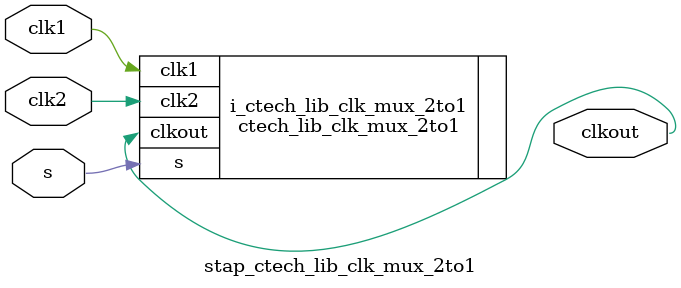
<source format=sv>


//---------------------------------------------------------------
// Clock Buffer 
//---------------------------------------------------------------
   
module stap_ctech_lib_clk_buf
   (
   input   logic   clk,
   output  logic   clkout
   );

   ctech_lib_clk_buf
   i_ctech_lib_clk_buf
   (
        .clk(clk),
        .clkout(clkout)
   );

endmodule

module stap_ctech_lib_and
   (
   input   logic   a,
   input   logic   b,
   output  logic   o
   );

   ctech_lib_and
   i_ctech_lib_and
   (
        .a(a),
        .b(b),
        .o(o)
   );

endmodule

module stap_ctech_lib_mux_2to1
   (
   input   logic   d1,
   input   logic   d2,
   input   logic   s,
   output  logic   o
   );

   ctech_lib_mux_2to1
   i_ctech_lib_mux_2to1
   (
        .d1(d1),
        .d2(d2),
        .s(s),
        .o(o)
   );

endmodule

module stap_ctech_lib_clk_gate_te
   (
   input   logic   en,
   input   logic   te,
   input   logic   clk,
   output  logic   clkout 
   );

   ctech_lib_clk_gate_te
   i_ctech_lib_clk_gate_te
   (
        .en(en),
        .te(te),
        .clk(clk),
        .clkout(clkout)
   );

endmodule

module stap_ctech_lib_clk_mux_2to1
   (
   input   logic   clk1,
   input   logic   clk2,
   input   logic   s,
   output  logic   clkout 
   );

   ctech_lib_clk_mux_2to1
   i_ctech_lib_clk_mux_2to1
   (
        .clk1(clk1),
        .clk2(clk2),
        .s(s),
        .clkout(clkout)
   );

endmodule


</source>
